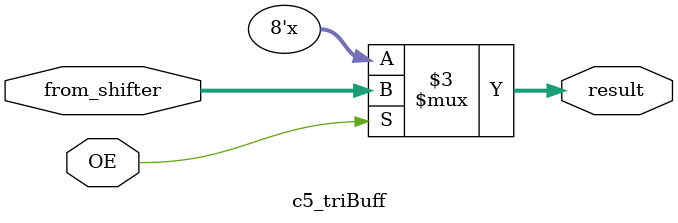
<source format=v>
/*
    tri-state buffer
        8-bit bus, on output
            must be enabled to output 
            else, high impedence
*/

`include "../heads.v"


module c5_triBuff (
                    output reg [7:0] result, 
                    input wire [7:0] from_shifter, 
                    input wire OE
                );

	always @ (*) begin
        result = (OE == 1'b1) ? from_shifter : 8'bzzzz_zzzz;
        `ifdef DEBUG_BUF
            $write("\n *****************************\n");
            $write(" {c5_triBuff}\n");
            $write("          OE:  %1b\n", OE);
            $write("    from_shifter:  %4b_%4b\n", 
                from_shifter[7:4], from_shifter[3:0]);
            $write("          result:  %4b_%4b\n", 
                result[7:4], result[3:0]);
            $write(" *****************************\n");
        `endif
    end		
endmodule


////////~~~~~~~~END>  c5_triBuff.v

</source>
